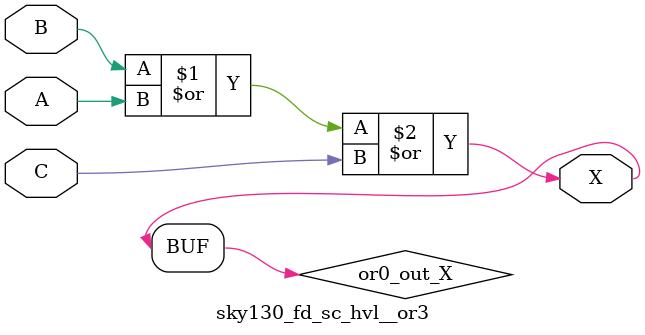
<source format=v>
/*
 * Copyright 2020 The SkyWater PDK Authors
 *
 * Licensed under the Apache License, Version 2.0 (the "License");
 * you may not use this file except in compliance with the License.
 * You may obtain a copy of the License at
 *
 *     https://www.apache.org/licenses/LICENSE-2.0
 *
 * Unless required by applicable law or agreed to in writing, software
 * distributed under the License is distributed on an "AS IS" BASIS,
 * WITHOUT WARRANTIES OR CONDITIONS OF ANY KIND, either express or implied.
 * See the License for the specific language governing permissions and
 * limitations under the License.
 *
 * SPDX-License-Identifier: Apache-2.0
*/


`ifndef SKY130_FD_SC_HVL__OR3_FUNCTIONAL_V
`define SKY130_FD_SC_HVL__OR3_FUNCTIONAL_V

/**
 * or3: 3-input OR.
 *
 * Verilog simulation functional model.
 */

`timescale 1ns / 1ps
`default_nettype none

`celldefine
module sky130_fd_sc_hvl__or3 (
    X,
    A,
    B,
    C
);

    // Module ports
    output X;
    input  A;
    input  B;
    input  C;

    // Local signals
    wire or0_out_X;

    //  Name  Output     Other arguments
    or  or0  (or0_out_X, B, A, C        );
    buf buf0 (X        , or0_out_X      );

endmodule
`endcelldefine

`default_nettype wire
`endif  // SKY130_FD_SC_HVL__OR3_FUNCTIONAL_V
</source>
